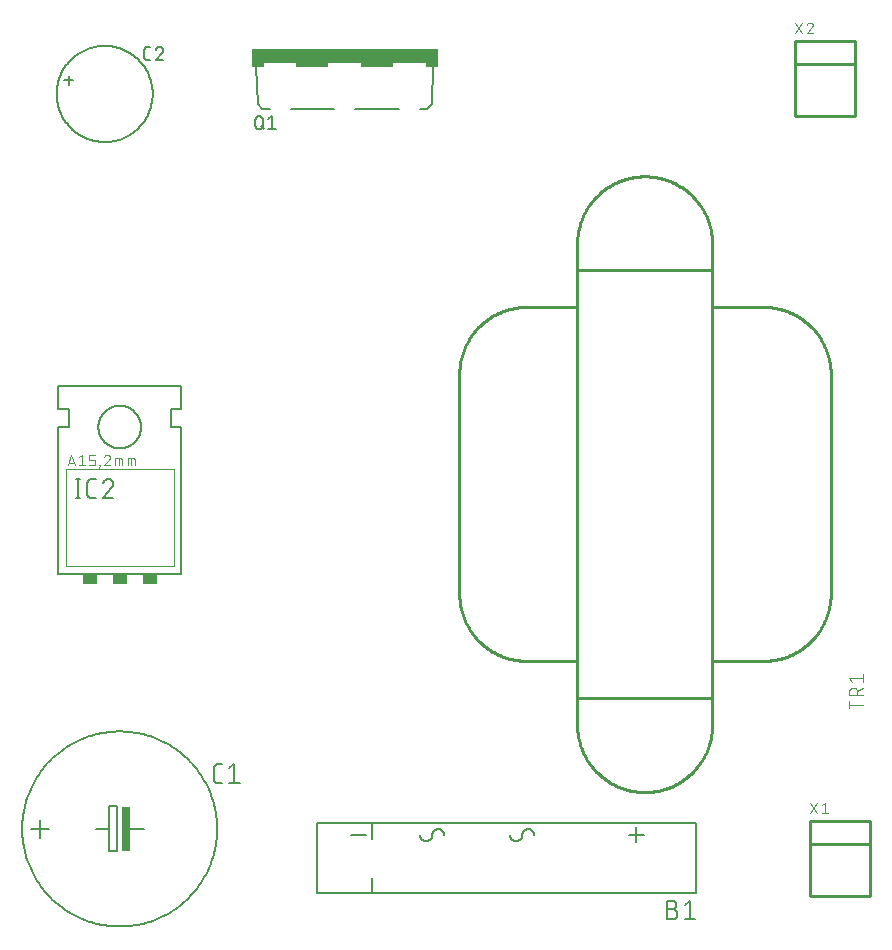
<source format=gbr>
G04 EAGLE Gerber RS-274X export*
G75*
%MOMM*%
%FSLAX34Y34*%
%LPD*%
%INSilkscreen Top*%
%IPPOS*%
%AMOC8*
5,1,8,0,0,1.08239X$1,22.5*%
G01*
%ADD10C,0.152400*%
%ADD11C,0.177800*%
%ADD12R,0.635000X3.810000*%
%ADD13C,0.127000*%
%ADD14C,0.050800*%
%ADD15C,0.101600*%
%ADD16R,1.270000X0.889000*%
%ADD17R,15.748000X1.143000*%
%ADD18R,1.016000X0.381000*%
%ADD19R,2.667000X0.381000*%
%ADD20C,0.254000*%


D10*
X496950Y106680D02*
X496950Y46990D01*
X818260Y46990D02*
X818260Y106680D01*
X543940Y106680D01*
X496950Y106680D01*
X543940Y46990D02*
X818260Y46990D01*
X543940Y46990D02*
X496950Y46990D01*
X670940Y96520D02*
X670942Y96661D01*
X670948Y96802D01*
X670958Y96943D01*
X670971Y97084D01*
X670989Y97224D01*
X671011Y97363D01*
X671036Y97502D01*
X671065Y97641D01*
X671098Y97778D01*
X671135Y97914D01*
X671176Y98049D01*
X671220Y98184D01*
X671268Y98316D01*
X671320Y98448D01*
X671375Y98578D01*
X671434Y98706D01*
X671497Y98833D01*
X671563Y98957D01*
X671632Y99080D01*
X671705Y99201D01*
X671781Y99320D01*
X671861Y99437D01*
X671944Y99551D01*
X672029Y99664D01*
X672118Y99773D01*
X672210Y99881D01*
X672305Y99985D01*
X672403Y100087D01*
X672504Y100186D01*
X672607Y100283D01*
X672713Y100376D01*
X672821Y100466D01*
X672932Y100554D01*
X673045Y100638D01*
X673161Y100719D01*
X673279Y100797D01*
X673399Y100872D01*
X673521Y100943D01*
X673645Y101011D01*
X673771Y101075D01*
X673898Y101136D01*
X674027Y101193D01*
X674158Y101246D01*
X674290Y101296D01*
X674423Y101343D01*
X674558Y101385D01*
X674694Y101424D01*
X674831Y101459D01*
X674968Y101490D01*
X675107Y101517D01*
X675246Y101541D01*
X675386Y101560D01*
X675526Y101576D01*
X675667Y101588D01*
X675808Y101596D01*
X675949Y101600D01*
X676091Y101600D01*
X676232Y101596D01*
X676373Y101588D01*
X676514Y101576D01*
X676654Y101560D01*
X676794Y101541D01*
X676933Y101517D01*
X677072Y101490D01*
X677209Y101459D01*
X677346Y101424D01*
X677482Y101385D01*
X677617Y101343D01*
X677750Y101296D01*
X677882Y101246D01*
X678013Y101193D01*
X678142Y101136D01*
X678269Y101075D01*
X678395Y101011D01*
X678519Y100943D01*
X678641Y100872D01*
X678761Y100797D01*
X678879Y100719D01*
X678995Y100638D01*
X679108Y100554D01*
X679219Y100466D01*
X679327Y100376D01*
X679433Y100283D01*
X679536Y100186D01*
X679637Y100087D01*
X679735Y99985D01*
X679830Y99881D01*
X679922Y99773D01*
X680011Y99664D01*
X680096Y99551D01*
X680179Y99437D01*
X680259Y99320D01*
X680335Y99201D01*
X680408Y99080D01*
X680477Y98957D01*
X680543Y98833D01*
X680606Y98706D01*
X680665Y98578D01*
X680720Y98448D01*
X680772Y98316D01*
X680820Y98184D01*
X680864Y98049D01*
X680905Y97914D01*
X680942Y97778D01*
X680975Y97641D01*
X681004Y97502D01*
X681029Y97363D01*
X681051Y97224D01*
X681069Y97084D01*
X681082Y96943D01*
X681092Y96802D01*
X681098Y96661D01*
X681100Y96520D01*
X670940Y96520D02*
X670938Y96379D01*
X670932Y96238D01*
X670922Y96097D01*
X670909Y95956D01*
X670891Y95816D01*
X670869Y95677D01*
X670844Y95538D01*
X670815Y95399D01*
X670782Y95262D01*
X670745Y95126D01*
X670704Y94991D01*
X670660Y94856D01*
X670612Y94724D01*
X670560Y94592D01*
X670505Y94462D01*
X670446Y94334D01*
X670383Y94207D01*
X670317Y94083D01*
X670248Y93960D01*
X670175Y93839D01*
X670099Y93720D01*
X670019Y93603D01*
X669936Y93489D01*
X669851Y93376D01*
X669762Y93267D01*
X669670Y93159D01*
X669575Y93055D01*
X669477Y92953D01*
X669376Y92854D01*
X669273Y92757D01*
X669167Y92664D01*
X669059Y92574D01*
X668948Y92486D01*
X668835Y92402D01*
X668719Y92321D01*
X668601Y92243D01*
X668481Y92168D01*
X668359Y92097D01*
X668235Y92029D01*
X668109Y91965D01*
X667982Y91904D01*
X667853Y91847D01*
X667722Y91794D01*
X667590Y91744D01*
X667457Y91697D01*
X667322Y91655D01*
X667186Y91616D01*
X667049Y91581D01*
X666912Y91550D01*
X666773Y91523D01*
X666634Y91499D01*
X666494Y91480D01*
X666354Y91464D01*
X666213Y91452D01*
X666072Y91444D01*
X665931Y91440D01*
X665789Y91440D01*
X665648Y91444D01*
X665507Y91452D01*
X665366Y91464D01*
X665226Y91480D01*
X665086Y91499D01*
X664947Y91523D01*
X664808Y91550D01*
X664671Y91581D01*
X664534Y91616D01*
X664398Y91655D01*
X664263Y91697D01*
X664130Y91744D01*
X663998Y91794D01*
X663867Y91847D01*
X663738Y91904D01*
X663611Y91965D01*
X663485Y92029D01*
X663361Y92097D01*
X663239Y92168D01*
X663119Y92243D01*
X663001Y92321D01*
X662885Y92402D01*
X662772Y92486D01*
X662661Y92574D01*
X662553Y92664D01*
X662447Y92757D01*
X662344Y92854D01*
X662243Y92953D01*
X662145Y93055D01*
X662050Y93159D01*
X661958Y93267D01*
X661869Y93376D01*
X661784Y93489D01*
X661701Y93603D01*
X661621Y93720D01*
X661545Y93839D01*
X661472Y93960D01*
X661403Y94083D01*
X661337Y94207D01*
X661274Y94334D01*
X661215Y94462D01*
X661160Y94592D01*
X661108Y94724D01*
X661060Y94856D01*
X661016Y94991D01*
X660975Y95126D01*
X660938Y95262D01*
X660905Y95399D01*
X660876Y95538D01*
X660851Y95677D01*
X660829Y95816D01*
X660811Y95956D01*
X660798Y96097D01*
X660788Y96238D01*
X660782Y96379D01*
X660780Y96520D01*
X594740Y96520D02*
X594738Y96379D01*
X594732Y96238D01*
X594722Y96097D01*
X594709Y95956D01*
X594691Y95816D01*
X594669Y95677D01*
X594644Y95538D01*
X594615Y95399D01*
X594582Y95262D01*
X594545Y95126D01*
X594504Y94991D01*
X594460Y94856D01*
X594412Y94724D01*
X594360Y94592D01*
X594305Y94462D01*
X594246Y94334D01*
X594183Y94207D01*
X594117Y94083D01*
X594048Y93960D01*
X593975Y93839D01*
X593899Y93720D01*
X593819Y93603D01*
X593736Y93489D01*
X593651Y93376D01*
X593562Y93267D01*
X593470Y93159D01*
X593375Y93055D01*
X593277Y92953D01*
X593176Y92854D01*
X593073Y92757D01*
X592967Y92664D01*
X592859Y92574D01*
X592748Y92486D01*
X592635Y92402D01*
X592519Y92321D01*
X592401Y92243D01*
X592281Y92168D01*
X592159Y92097D01*
X592035Y92029D01*
X591909Y91965D01*
X591782Y91904D01*
X591653Y91847D01*
X591522Y91794D01*
X591390Y91744D01*
X591257Y91697D01*
X591122Y91655D01*
X590986Y91616D01*
X590849Y91581D01*
X590712Y91550D01*
X590573Y91523D01*
X590434Y91499D01*
X590294Y91480D01*
X590154Y91464D01*
X590013Y91452D01*
X589872Y91444D01*
X589731Y91440D01*
X589589Y91440D01*
X589448Y91444D01*
X589307Y91452D01*
X589166Y91464D01*
X589026Y91480D01*
X588886Y91499D01*
X588747Y91523D01*
X588608Y91550D01*
X588471Y91581D01*
X588334Y91616D01*
X588198Y91655D01*
X588063Y91697D01*
X587930Y91744D01*
X587798Y91794D01*
X587667Y91847D01*
X587538Y91904D01*
X587411Y91965D01*
X587285Y92029D01*
X587161Y92097D01*
X587039Y92168D01*
X586919Y92243D01*
X586801Y92321D01*
X586685Y92402D01*
X586572Y92486D01*
X586461Y92574D01*
X586353Y92664D01*
X586247Y92757D01*
X586144Y92854D01*
X586043Y92953D01*
X585945Y93055D01*
X585850Y93159D01*
X585758Y93267D01*
X585669Y93376D01*
X585584Y93489D01*
X585501Y93603D01*
X585421Y93720D01*
X585345Y93839D01*
X585272Y93960D01*
X585203Y94083D01*
X585137Y94207D01*
X585074Y94334D01*
X585015Y94462D01*
X584960Y94592D01*
X584908Y94724D01*
X584860Y94856D01*
X584816Y94991D01*
X584775Y95126D01*
X584738Y95262D01*
X584705Y95399D01*
X584676Y95538D01*
X584651Y95677D01*
X584629Y95816D01*
X584611Y95956D01*
X584598Y96097D01*
X584588Y96238D01*
X584582Y96379D01*
X584580Y96520D01*
X594740Y96520D02*
X594742Y96661D01*
X594748Y96802D01*
X594758Y96943D01*
X594771Y97084D01*
X594789Y97224D01*
X594811Y97363D01*
X594836Y97502D01*
X594865Y97641D01*
X594898Y97778D01*
X594935Y97914D01*
X594976Y98049D01*
X595020Y98184D01*
X595068Y98316D01*
X595120Y98448D01*
X595175Y98578D01*
X595234Y98706D01*
X595297Y98833D01*
X595363Y98957D01*
X595432Y99080D01*
X595505Y99201D01*
X595581Y99320D01*
X595661Y99437D01*
X595744Y99551D01*
X595829Y99664D01*
X595918Y99773D01*
X596010Y99881D01*
X596105Y99985D01*
X596203Y100087D01*
X596304Y100186D01*
X596407Y100283D01*
X596513Y100376D01*
X596621Y100466D01*
X596732Y100554D01*
X596845Y100638D01*
X596961Y100719D01*
X597079Y100797D01*
X597199Y100872D01*
X597321Y100943D01*
X597445Y101011D01*
X597571Y101075D01*
X597698Y101136D01*
X597827Y101193D01*
X597958Y101246D01*
X598090Y101296D01*
X598223Y101343D01*
X598358Y101385D01*
X598494Y101424D01*
X598631Y101459D01*
X598768Y101490D01*
X598907Y101517D01*
X599046Y101541D01*
X599186Y101560D01*
X599326Y101576D01*
X599467Y101588D01*
X599608Y101596D01*
X599749Y101600D01*
X599891Y101600D01*
X600032Y101596D01*
X600173Y101588D01*
X600314Y101576D01*
X600454Y101560D01*
X600594Y101541D01*
X600733Y101517D01*
X600872Y101490D01*
X601009Y101459D01*
X601146Y101424D01*
X601282Y101385D01*
X601417Y101343D01*
X601550Y101296D01*
X601682Y101246D01*
X601813Y101193D01*
X601942Y101136D01*
X602069Y101075D01*
X602195Y101011D01*
X602319Y100943D01*
X602441Y100872D01*
X602561Y100797D01*
X602679Y100719D01*
X602795Y100638D01*
X602908Y100554D01*
X603019Y100466D01*
X603127Y100376D01*
X603233Y100283D01*
X603336Y100186D01*
X603437Y100087D01*
X603535Y99985D01*
X603630Y99881D01*
X603722Y99773D01*
X603811Y99664D01*
X603896Y99551D01*
X603979Y99437D01*
X604059Y99320D01*
X604135Y99201D01*
X604208Y99080D01*
X604277Y98957D01*
X604343Y98833D01*
X604406Y98706D01*
X604465Y98578D01*
X604520Y98448D01*
X604572Y98316D01*
X604620Y98184D01*
X604664Y98049D01*
X604705Y97914D01*
X604742Y97778D01*
X604775Y97641D01*
X604804Y97502D01*
X604829Y97363D01*
X604851Y97224D01*
X604869Y97084D01*
X604882Y96943D01*
X604892Y96802D01*
X604898Y96661D01*
X604900Y96520D01*
X538860Y96520D02*
X526160Y96520D01*
X761110Y96520D02*
X773810Y96520D01*
X767460Y102870D02*
X767460Y90170D01*
X543940Y59690D02*
X543940Y46990D01*
X543940Y92710D02*
X543940Y106680D01*
D11*
X793603Y33909D02*
X798048Y33909D01*
X798180Y33907D01*
X798311Y33901D01*
X798443Y33891D01*
X798574Y33878D01*
X798704Y33860D01*
X798834Y33839D01*
X798964Y33814D01*
X799092Y33785D01*
X799220Y33752D01*
X799346Y33715D01*
X799472Y33675D01*
X799596Y33631D01*
X799719Y33583D01*
X799840Y33532D01*
X799960Y33477D01*
X800078Y33419D01*
X800194Y33357D01*
X800308Y33291D01*
X800421Y33223D01*
X800531Y33151D01*
X800639Y33076D01*
X800745Y32997D01*
X800849Y32916D01*
X800950Y32831D01*
X801048Y32744D01*
X801144Y32653D01*
X801237Y32560D01*
X801328Y32464D01*
X801415Y32366D01*
X801500Y32265D01*
X801581Y32161D01*
X801660Y32055D01*
X801735Y31947D01*
X801807Y31837D01*
X801875Y31724D01*
X801941Y31610D01*
X802003Y31494D01*
X802061Y31376D01*
X802116Y31256D01*
X802167Y31135D01*
X802215Y31012D01*
X802259Y30888D01*
X802299Y30762D01*
X802336Y30636D01*
X802369Y30508D01*
X802398Y30380D01*
X802423Y30250D01*
X802444Y30120D01*
X802462Y29990D01*
X802475Y29859D01*
X802485Y29727D01*
X802491Y29596D01*
X802493Y29464D01*
X802491Y29332D01*
X802485Y29201D01*
X802475Y29069D01*
X802462Y28938D01*
X802444Y28808D01*
X802423Y28678D01*
X802398Y28548D01*
X802369Y28420D01*
X802336Y28292D01*
X802299Y28166D01*
X802259Y28040D01*
X802215Y27916D01*
X802167Y27793D01*
X802116Y27672D01*
X802061Y27552D01*
X802003Y27434D01*
X801941Y27318D01*
X801875Y27204D01*
X801807Y27091D01*
X801735Y26981D01*
X801660Y26873D01*
X801581Y26767D01*
X801500Y26663D01*
X801415Y26562D01*
X801328Y26464D01*
X801237Y26368D01*
X801144Y26275D01*
X801048Y26184D01*
X800950Y26097D01*
X800849Y26012D01*
X800745Y25931D01*
X800639Y25852D01*
X800531Y25777D01*
X800421Y25705D01*
X800308Y25637D01*
X800194Y25571D01*
X800078Y25509D01*
X799960Y25451D01*
X799840Y25396D01*
X799719Y25345D01*
X799596Y25297D01*
X799472Y25253D01*
X799346Y25213D01*
X799220Y25176D01*
X799092Y25143D01*
X798964Y25114D01*
X798834Y25089D01*
X798704Y25068D01*
X798574Y25050D01*
X798443Y25037D01*
X798311Y25027D01*
X798180Y25021D01*
X798048Y25019D01*
X793603Y25019D01*
X793603Y41021D01*
X798048Y41021D01*
X798166Y41019D01*
X798283Y41013D01*
X798400Y41004D01*
X798517Y40990D01*
X798633Y40973D01*
X798749Y40951D01*
X798864Y40926D01*
X798978Y40897D01*
X799091Y40865D01*
X799203Y40828D01*
X799313Y40788D01*
X799422Y40745D01*
X799530Y40697D01*
X799636Y40647D01*
X799740Y40592D01*
X799843Y40535D01*
X799943Y40474D01*
X800042Y40409D01*
X800138Y40342D01*
X800232Y40271D01*
X800324Y40197D01*
X800413Y40121D01*
X800499Y40041D01*
X800583Y39959D01*
X800664Y39873D01*
X800742Y39786D01*
X800818Y39695D01*
X800890Y39602D01*
X800959Y39507D01*
X801025Y39410D01*
X801088Y39310D01*
X801147Y39209D01*
X801203Y39106D01*
X801255Y39000D01*
X801304Y38893D01*
X801350Y38785D01*
X801392Y38675D01*
X801430Y38564D01*
X801464Y38451D01*
X801495Y38338D01*
X801522Y38223D01*
X801545Y38108D01*
X801565Y37992D01*
X801580Y37876D01*
X801592Y37759D01*
X801600Y37641D01*
X801604Y37524D01*
X801604Y37406D01*
X801600Y37289D01*
X801592Y37171D01*
X801580Y37054D01*
X801565Y36938D01*
X801545Y36822D01*
X801522Y36707D01*
X801495Y36592D01*
X801464Y36479D01*
X801430Y36366D01*
X801392Y36255D01*
X801350Y36145D01*
X801304Y36037D01*
X801255Y35930D01*
X801203Y35824D01*
X801147Y35721D01*
X801088Y35620D01*
X801025Y35520D01*
X800959Y35423D01*
X800890Y35328D01*
X800818Y35235D01*
X800742Y35144D01*
X800664Y35057D01*
X800583Y34971D01*
X800499Y34889D01*
X800413Y34809D01*
X800324Y34733D01*
X800232Y34659D01*
X800138Y34588D01*
X800042Y34521D01*
X799943Y34456D01*
X799843Y34395D01*
X799740Y34338D01*
X799636Y34283D01*
X799530Y34233D01*
X799422Y34185D01*
X799313Y34142D01*
X799203Y34102D01*
X799091Y34065D01*
X798978Y34033D01*
X798864Y34004D01*
X798749Y33979D01*
X798633Y33957D01*
X798517Y33940D01*
X798400Y33926D01*
X798283Y33917D01*
X798166Y33911D01*
X798048Y33909D01*
X808481Y37465D02*
X812926Y41021D01*
X812926Y25019D01*
X808481Y25019D02*
X817371Y25019D01*
D10*
X350520Y101600D02*
X336550Y101600D01*
X321310Y101600D02*
X309880Y101600D01*
X321310Y101600D02*
X321310Y120650D01*
X321310Y82550D02*
X327660Y82550D01*
X327660Y120650D01*
X321310Y120650D01*
X321310Y101600D02*
X321310Y82550D01*
X270510Y101600D02*
X255270Y101600D01*
X262890Y93980D02*
X262890Y109220D01*
X247650Y101600D02*
X247675Y103626D01*
X247749Y105651D01*
X247874Y107673D01*
X248048Y109691D01*
X248271Y111705D01*
X248543Y113713D01*
X248865Y115713D01*
X249236Y117705D01*
X249656Y119687D01*
X250124Y121658D01*
X250640Y123617D01*
X251205Y125563D01*
X251816Y127494D01*
X252476Y129410D01*
X253181Y131309D01*
X253934Y133191D01*
X254732Y135053D01*
X255576Y136895D01*
X256464Y138715D01*
X257397Y140514D01*
X258374Y142289D01*
X259395Y144039D01*
X260457Y145764D01*
X261562Y147462D01*
X262708Y149133D01*
X263895Y150775D01*
X265122Y152387D01*
X266388Y153969D01*
X267692Y155519D01*
X269034Y157037D01*
X270413Y158522D01*
X271828Y159972D01*
X273278Y161387D01*
X274763Y162766D01*
X276281Y164108D01*
X277831Y165412D01*
X279413Y166678D01*
X281025Y167905D01*
X282667Y169092D01*
X284338Y170238D01*
X286036Y171343D01*
X287761Y172405D01*
X289511Y173426D01*
X291286Y174403D01*
X293085Y175336D01*
X294905Y176224D01*
X296747Y177068D01*
X298609Y177866D01*
X300491Y178619D01*
X302390Y179324D01*
X304306Y179984D01*
X306237Y180595D01*
X308183Y181160D01*
X310142Y181676D01*
X312113Y182144D01*
X314095Y182564D01*
X316087Y182935D01*
X318087Y183257D01*
X320095Y183529D01*
X322109Y183752D01*
X324127Y183926D01*
X326149Y184051D01*
X328174Y184125D01*
X330200Y184150D01*
X332226Y184125D01*
X334251Y184051D01*
X336273Y183926D01*
X338291Y183752D01*
X340305Y183529D01*
X342313Y183257D01*
X344313Y182935D01*
X346305Y182564D01*
X348287Y182144D01*
X350258Y181676D01*
X352217Y181160D01*
X354163Y180595D01*
X356094Y179984D01*
X358010Y179324D01*
X359909Y178619D01*
X361791Y177866D01*
X363653Y177068D01*
X365495Y176224D01*
X367315Y175336D01*
X369114Y174403D01*
X370889Y173426D01*
X372639Y172405D01*
X374364Y171343D01*
X376062Y170238D01*
X377733Y169092D01*
X379375Y167905D01*
X380987Y166678D01*
X382569Y165412D01*
X384119Y164108D01*
X385637Y162766D01*
X387122Y161387D01*
X388572Y159972D01*
X389987Y158522D01*
X391366Y157037D01*
X392708Y155519D01*
X394012Y153969D01*
X395278Y152387D01*
X396505Y150775D01*
X397692Y149133D01*
X398838Y147462D01*
X399943Y145764D01*
X401005Y144039D01*
X402026Y142289D01*
X403003Y140514D01*
X403936Y138715D01*
X404824Y136895D01*
X405668Y135053D01*
X406466Y133191D01*
X407219Y131309D01*
X407924Y129410D01*
X408584Y127494D01*
X409195Y125563D01*
X409760Y123617D01*
X410276Y121658D01*
X410744Y119687D01*
X411164Y117705D01*
X411535Y115713D01*
X411857Y113713D01*
X412129Y111705D01*
X412352Y109691D01*
X412526Y107673D01*
X412651Y105651D01*
X412725Y103626D01*
X412750Y101600D01*
X412725Y99574D01*
X412651Y97549D01*
X412526Y95527D01*
X412352Y93509D01*
X412129Y91495D01*
X411857Y89487D01*
X411535Y87487D01*
X411164Y85495D01*
X410744Y83513D01*
X410276Y81542D01*
X409760Y79583D01*
X409195Y77637D01*
X408584Y75706D01*
X407924Y73790D01*
X407219Y71891D01*
X406466Y70009D01*
X405668Y68147D01*
X404824Y66305D01*
X403936Y64485D01*
X403003Y62686D01*
X402026Y60911D01*
X401005Y59161D01*
X399943Y57436D01*
X398838Y55738D01*
X397692Y54067D01*
X396505Y52425D01*
X395278Y50813D01*
X394012Y49231D01*
X392708Y47681D01*
X391366Y46163D01*
X389987Y44678D01*
X388572Y43228D01*
X387122Y41813D01*
X385637Y40434D01*
X384119Y39092D01*
X382569Y37788D01*
X380987Y36522D01*
X379375Y35295D01*
X377733Y34108D01*
X376062Y32962D01*
X374364Y31857D01*
X372639Y30795D01*
X370889Y29774D01*
X369114Y28797D01*
X367315Y27864D01*
X365495Y26976D01*
X363653Y26132D01*
X361791Y25334D01*
X359909Y24581D01*
X358010Y23876D01*
X356094Y23216D01*
X354163Y22605D01*
X352217Y22040D01*
X350258Y21524D01*
X348287Y21056D01*
X346305Y20636D01*
X344313Y20265D01*
X342313Y19943D01*
X340305Y19671D01*
X338291Y19448D01*
X336273Y19274D01*
X334251Y19149D01*
X332226Y19075D01*
X330200Y19050D01*
X328174Y19075D01*
X326149Y19149D01*
X324127Y19274D01*
X322109Y19448D01*
X320095Y19671D01*
X318087Y19943D01*
X316087Y20265D01*
X314095Y20636D01*
X312113Y21056D01*
X310142Y21524D01*
X308183Y22040D01*
X306237Y22605D01*
X304306Y23216D01*
X302390Y23876D01*
X300491Y24581D01*
X298609Y25334D01*
X296747Y26132D01*
X294905Y26976D01*
X293085Y27864D01*
X291286Y28797D01*
X289511Y29774D01*
X287761Y30795D01*
X286036Y31857D01*
X284338Y32962D01*
X282667Y34108D01*
X281025Y35295D01*
X279413Y36522D01*
X277831Y37788D01*
X276281Y39092D01*
X274763Y40434D01*
X273278Y41813D01*
X271828Y43228D01*
X270413Y44678D01*
X269034Y46163D01*
X267692Y47681D01*
X266388Y49231D01*
X265122Y50813D01*
X263895Y52425D01*
X262708Y54067D01*
X261562Y55738D01*
X260457Y57436D01*
X259395Y59161D01*
X258374Y60911D01*
X257397Y62686D01*
X256464Y64485D01*
X255576Y66305D01*
X254732Y68147D01*
X253934Y70009D01*
X253181Y71891D01*
X252476Y73790D01*
X251816Y75706D01*
X251205Y77637D01*
X250640Y79583D01*
X250124Y81542D01*
X249656Y83513D01*
X249236Y85495D01*
X248865Y87487D01*
X248543Y89487D01*
X248271Y91495D01*
X248048Y93509D01*
X247874Y95527D01*
X247749Y97549D01*
X247675Y99574D01*
X247650Y101600D01*
D12*
X335915Y101600D03*
D11*
X413385Y140589D02*
X416941Y140589D01*
X413385Y140589D02*
X413269Y140591D01*
X413152Y140597D01*
X413036Y140606D01*
X412921Y140619D01*
X412806Y140636D01*
X412691Y140657D01*
X412578Y140682D01*
X412465Y140710D01*
X412353Y140742D01*
X412242Y140778D01*
X412132Y140817D01*
X412024Y140860D01*
X411917Y140906D01*
X411812Y140956D01*
X411709Y141009D01*
X411607Y141065D01*
X411507Y141125D01*
X411409Y141188D01*
X411314Y141255D01*
X411220Y141324D01*
X411129Y141396D01*
X411040Y141471D01*
X410954Y141550D01*
X410871Y141631D01*
X410790Y141714D01*
X410711Y141800D01*
X410636Y141889D01*
X410564Y141980D01*
X410495Y142074D01*
X410428Y142169D01*
X410365Y142267D01*
X410305Y142367D01*
X410249Y142469D01*
X410196Y142572D01*
X410146Y142677D01*
X410100Y142784D01*
X410057Y142892D01*
X410018Y143002D01*
X409982Y143113D01*
X409950Y143225D01*
X409922Y143338D01*
X409897Y143451D01*
X409876Y143566D01*
X409859Y143681D01*
X409846Y143796D01*
X409837Y143912D01*
X409831Y144029D01*
X409829Y144145D01*
X409829Y153035D01*
X409831Y153151D01*
X409837Y153268D01*
X409846Y153384D01*
X409859Y153499D01*
X409876Y153614D01*
X409897Y153729D01*
X409922Y153842D01*
X409950Y153955D01*
X409982Y154067D01*
X410018Y154178D01*
X410057Y154288D01*
X410100Y154396D01*
X410146Y154503D01*
X410196Y154608D01*
X410249Y154711D01*
X410305Y154813D01*
X410365Y154913D01*
X410428Y155011D01*
X410495Y155106D01*
X410564Y155200D01*
X410636Y155291D01*
X410711Y155380D01*
X410790Y155466D01*
X410871Y155549D01*
X410954Y155630D01*
X411040Y155709D01*
X411129Y155784D01*
X411220Y155856D01*
X411314Y155925D01*
X411409Y155992D01*
X411507Y156055D01*
X411607Y156115D01*
X411709Y156171D01*
X411812Y156224D01*
X411917Y156274D01*
X412024Y156320D01*
X412132Y156363D01*
X412242Y156402D01*
X412353Y156438D01*
X412465Y156470D01*
X412578Y156498D01*
X412691Y156523D01*
X412806Y156544D01*
X412921Y156561D01*
X413036Y156574D01*
X413152Y156583D01*
X413269Y156589D01*
X413385Y156591D01*
X416941Y156591D01*
X422899Y153035D02*
X427344Y156591D01*
X427344Y140589D01*
X422899Y140589D02*
X431789Y140589D01*
D10*
X290830Y735330D02*
X283210Y735330D01*
X287020Y731520D02*
X287020Y739140D01*
X276860Y723900D02*
X276872Y724897D01*
X276909Y725894D01*
X276970Y726890D01*
X277056Y727883D01*
X277166Y728875D01*
X277300Y729863D01*
X277458Y730848D01*
X277641Y731828D01*
X277847Y732804D01*
X278078Y733775D01*
X278332Y734739D01*
X278610Y735697D01*
X278911Y736648D01*
X279236Y737591D01*
X279583Y738526D01*
X279954Y739452D01*
X280347Y740369D01*
X280762Y741276D01*
X281199Y742172D01*
X281659Y743058D01*
X282140Y743931D01*
X282642Y744793D01*
X283165Y745642D01*
X283709Y746478D01*
X284273Y747301D01*
X284858Y748109D01*
X285462Y748903D01*
X286085Y749682D01*
X286727Y750445D01*
X287388Y751192D01*
X288067Y751923D01*
X288763Y752637D01*
X289477Y753333D01*
X290208Y754012D01*
X290955Y754673D01*
X291718Y755315D01*
X292497Y755938D01*
X293291Y756542D01*
X294099Y757127D01*
X294922Y757691D01*
X295758Y758235D01*
X296607Y758758D01*
X297469Y759260D01*
X298342Y759741D01*
X299228Y760201D01*
X300124Y760638D01*
X301031Y761053D01*
X301948Y761446D01*
X302874Y761817D01*
X303809Y762164D01*
X304752Y762489D01*
X305703Y762790D01*
X306661Y763068D01*
X307625Y763322D01*
X308596Y763553D01*
X309572Y763759D01*
X310552Y763942D01*
X311537Y764100D01*
X312525Y764234D01*
X313517Y764344D01*
X314510Y764430D01*
X315506Y764491D01*
X316503Y764528D01*
X317500Y764540D01*
X318497Y764528D01*
X319494Y764491D01*
X320490Y764430D01*
X321483Y764344D01*
X322475Y764234D01*
X323463Y764100D01*
X324448Y763942D01*
X325428Y763759D01*
X326404Y763553D01*
X327375Y763322D01*
X328339Y763068D01*
X329297Y762790D01*
X330248Y762489D01*
X331191Y762164D01*
X332126Y761817D01*
X333052Y761446D01*
X333969Y761053D01*
X334876Y760638D01*
X335772Y760201D01*
X336658Y759741D01*
X337531Y759260D01*
X338393Y758758D01*
X339242Y758235D01*
X340078Y757691D01*
X340901Y757127D01*
X341709Y756542D01*
X342503Y755938D01*
X343282Y755315D01*
X344045Y754673D01*
X344792Y754012D01*
X345523Y753333D01*
X346237Y752637D01*
X346933Y751923D01*
X347612Y751192D01*
X348273Y750445D01*
X348915Y749682D01*
X349538Y748903D01*
X350142Y748109D01*
X350727Y747301D01*
X351291Y746478D01*
X351835Y745642D01*
X352358Y744793D01*
X352860Y743931D01*
X353341Y743058D01*
X353801Y742172D01*
X354238Y741276D01*
X354653Y740369D01*
X355046Y739452D01*
X355417Y738526D01*
X355764Y737591D01*
X356089Y736648D01*
X356390Y735697D01*
X356668Y734739D01*
X356922Y733775D01*
X357153Y732804D01*
X357359Y731828D01*
X357542Y730848D01*
X357700Y729863D01*
X357834Y728875D01*
X357944Y727883D01*
X358030Y726890D01*
X358091Y725894D01*
X358128Y724897D01*
X358140Y723900D01*
X358128Y722903D01*
X358091Y721906D01*
X358030Y720910D01*
X357944Y719917D01*
X357834Y718925D01*
X357700Y717937D01*
X357542Y716952D01*
X357359Y715972D01*
X357153Y714996D01*
X356922Y714025D01*
X356668Y713061D01*
X356390Y712103D01*
X356089Y711152D01*
X355764Y710209D01*
X355417Y709274D01*
X355046Y708348D01*
X354653Y707431D01*
X354238Y706524D01*
X353801Y705628D01*
X353341Y704742D01*
X352860Y703869D01*
X352358Y703007D01*
X351835Y702158D01*
X351291Y701322D01*
X350727Y700499D01*
X350142Y699691D01*
X349538Y698897D01*
X348915Y698118D01*
X348273Y697355D01*
X347612Y696608D01*
X346933Y695877D01*
X346237Y695163D01*
X345523Y694467D01*
X344792Y693788D01*
X344045Y693127D01*
X343282Y692485D01*
X342503Y691862D01*
X341709Y691258D01*
X340901Y690673D01*
X340078Y690109D01*
X339242Y689565D01*
X338393Y689042D01*
X337531Y688540D01*
X336658Y688059D01*
X335772Y687599D01*
X334876Y687162D01*
X333969Y686747D01*
X333052Y686354D01*
X332126Y685983D01*
X331191Y685636D01*
X330248Y685311D01*
X329297Y685010D01*
X328339Y684732D01*
X327375Y684478D01*
X326404Y684247D01*
X325428Y684041D01*
X324448Y683858D01*
X323463Y683700D01*
X322475Y683566D01*
X321483Y683456D01*
X320490Y683370D01*
X319494Y683309D01*
X318497Y683272D01*
X317500Y683260D01*
X316503Y683272D01*
X315506Y683309D01*
X314510Y683370D01*
X313517Y683456D01*
X312525Y683566D01*
X311537Y683700D01*
X310552Y683858D01*
X309572Y684041D01*
X308596Y684247D01*
X307625Y684478D01*
X306661Y684732D01*
X305703Y685010D01*
X304752Y685311D01*
X303809Y685636D01*
X302874Y685983D01*
X301948Y686354D01*
X301031Y686747D01*
X300124Y687162D01*
X299228Y687599D01*
X298342Y688059D01*
X297469Y688540D01*
X296607Y689042D01*
X295758Y689565D01*
X294922Y690109D01*
X294099Y690673D01*
X293291Y691258D01*
X292497Y691862D01*
X291718Y692485D01*
X290955Y693127D01*
X290208Y693788D01*
X289477Y694467D01*
X288763Y695163D01*
X288067Y695877D01*
X287388Y696608D01*
X286727Y697355D01*
X286085Y698118D01*
X285462Y698897D01*
X284858Y699691D01*
X284273Y700499D01*
X283709Y701322D01*
X283165Y702158D01*
X282642Y703007D01*
X282140Y703869D01*
X281659Y704742D01*
X281199Y705628D01*
X280762Y706524D01*
X280347Y707431D01*
X279954Y708348D01*
X279583Y709274D01*
X279236Y710209D01*
X278911Y711152D01*
X278610Y712103D01*
X278332Y713061D01*
X278078Y714025D01*
X277847Y714996D01*
X277641Y715972D01*
X277458Y716952D01*
X277300Y717937D01*
X277166Y718925D01*
X277056Y719917D01*
X276970Y720910D01*
X276909Y721906D01*
X276872Y722903D01*
X276860Y723900D01*
D13*
X353695Y752475D02*
X356235Y752475D01*
X353695Y752475D02*
X353595Y752477D01*
X353496Y752483D01*
X353396Y752493D01*
X353298Y752506D01*
X353199Y752524D01*
X353102Y752545D01*
X353006Y752570D01*
X352910Y752599D01*
X352816Y752632D01*
X352723Y752668D01*
X352632Y752708D01*
X352542Y752752D01*
X352454Y752799D01*
X352368Y752849D01*
X352284Y752903D01*
X352202Y752960D01*
X352123Y753020D01*
X352045Y753084D01*
X351971Y753150D01*
X351899Y753219D01*
X351830Y753291D01*
X351764Y753365D01*
X351700Y753443D01*
X351640Y753522D01*
X351583Y753604D01*
X351529Y753688D01*
X351479Y753774D01*
X351432Y753862D01*
X351388Y753952D01*
X351348Y754043D01*
X351312Y754136D01*
X351279Y754230D01*
X351250Y754326D01*
X351225Y754422D01*
X351204Y754519D01*
X351186Y754618D01*
X351173Y754716D01*
X351163Y754816D01*
X351157Y754915D01*
X351155Y755015D01*
X351155Y761365D01*
X351157Y761465D01*
X351163Y761564D01*
X351173Y761664D01*
X351186Y761762D01*
X351204Y761861D01*
X351225Y761958D01*
X351250Y762054D01*
X351279Y762150D01*
X351312Y762244D01*
X351348Y762337D01*
X351388Y762428D01*
X351432Y762518D01*
X351479Y762606D01*
X351529Y762692D01*
X351583Y762776D01*
X351640Y762858D01*
X351700Y762937D01*
X351764Y763015D01*
X351830Y763089D01*
X351899Y763161D01*
X351971Y763230D01*
X352045Y763296D01*
X352123Y763360D01*
X352202Y763420D01*
X352284Y763477D01*
X352368Y763531D01*
X352454Y763581D01*
X352542Y763628D01*
X352632Y763672D01*
X352723Y763712D01*
X352816Y763748D01*
X352910Y763781D01*
X353006Y763810D01*
X353102Y763835D01*
X353199Y763856D01*
X353298Y763874D01*
X353396Y763887D01*
X353496Y763897D01*
X353595Y763903D01*
X353695Y763905D01*
X356235Y763905D01*
X364210Y763906D02*
X364314Y763904D01*
X364419Y763898D01*
X364523Y763889D01*
X364626Y763876D01*
X364729Y763858D01*
X364831Y763838D01*
X364933Y763813D01*
X365033Y763785D01*
X365133Y763753D01*
X365231Y763717D01*
X365328Y763678D01*
X365423Y763636D01*
X365517Y763590D01*
X365609Y763540D01*
X365699Y763488D01*
X365787Y763432D01*
X365873Y763372D01*
X365957Y763310D01*
X366038Y763245D01*
X366117Y763177D01*
X366194Y763105D01*
X366267Y763032D01*
X366339Y762955D01*
X366407Y762876D01*
X366472Y762795D01*
X366534Y762711D01*
X366594Y762625D01*
X366650Y762537D01*
X366702Y762447D01*
X366752Y762355D01*
X366798Y762261D01*
X366840Y762166D01*
X366879Y762069D01*
X366915Y761971D01*
X366947Y761871D01*
X366975Y761771D01*
X367000Y761669D01*
X367020Y761567D01*
X367038Y761464D01*
X367051Y761361D01*
X367060Y761257D01*
X367066Y761152D01*
X367068Y761048D01*
X364210Y763905D02*
X364092Y763903D01*
X363973Y763897D01*
X363855Y763888D01*
X363738Y763875D01*
X363621Y763857D01*
X363504Y763837D01*
X363388Y763812D01*
X363273Y763784D01*
X363160Y763751D01*
X363047Y763716D01*
X362935Y763676D01*
X362825Y763634D01*
X362716Y763587D01*
X362608Y763537D01*
X362503Y763484D01*
X362399Y763427D01*
X362297Y763367D01*
X362197Y763304D01*
X362099Y763237D01*
X362003Y763168D01*
X361910Y763095D01*
X361819Y763019D01*
X361730Y762941D01*
X361644Y762859D01*
X361561Y762775D01*
X361480Y762689D01*
X361403Y762599D01*
X361328Y762508D01*
X361256Y762414D01*
X361187Y762317D01*
X361122Y762219D01*
X361059Y762118D01*
X361000Y762015D01*
X360944Y761911D01*
X360892Y761805D01*
X360843Y761697D01*
X360798Y761588D01*
X360756Y761477D01*
X360718Y761365D01*
X366115Y758826D02*
X366191Y758901D01*
X366266Y758980D01*
X366337Y759061D01*
X366406Y759145D01*
X366471Y759231D01*
X366533Y759319D01*
X366593Y759409D01*
X366649Y759501D01*
X366702Y759596D01*
X366751Y759692D01*
X366797Y759790D01*
X366840Y759889D01*
X366879Y759990D01*
X366914Y760092D01*
X366946Y760195D01*
X366974Y760299D01*
X366999Y760404D01*
X367020Y760511D01*
X367037Y760617D01*
X367050Y760724D01*
X367059Y760832D01*
X367065Y760940D01*
X367067Y761048D01*
X366115Y758825D02*
X360717Y752475D01*
X367067Y752475D01*
D10*
X382270Y317500D02*
X278130Y317500D01*
X278130Y476250D02*
X382270Y476250D01*
X382270Y441960D02*
X382270Y317500D01*
X382270Y441960D02*
X373380Y441960D01*
X373380Y457200D01*
X382270Y457200D01*
X382270Y476250D01*
X278130Y441960D02*
X278130Y317500D01*
X278130Y441960D02*
X287020Y441960D01*
X287020Y457200D01*
X278130Y457200D01*
X278130Y476250D01*
D14*
X284480Y323850D02*
X375920Y323850D01*
X375920Y406400D01*
X284480Y406400D01*
X284480Y323850D01*
D10*
X312166Y441960D02*
X312171Y442403D01*
X312188Y442845D01*
X312215Y443287D01*
X312253Y443728D01*
X312302Y444168D01*
X312361Y444606D01*
X312432Y445043D01*
X312513Y445478D01*
X312604Y445911D01*
X312706Y446342D01*
X312819Y446770D01*
X312943Y447195D01*
X313076Y447617D01*
X313220Y448035D01*
X313374Y448450D01*
X313539Y448861D01*
X313713Y449268D01*
X313897Y449671D01*
X314092Y450068D01*
X314295Y450461D01*
X314509Y450849D01*
X314732Y451231D01*
X314964Y451608D01*
X315205Y451979D01*
X315456Y452344D01*
X315715Y452703D01*
X315983Y453055D01*
X316260Y453401D01*
X316544Y453739D01*
X316838Y454071D01*
X317139Y454395D01*
X317448Y454712D01*
X317765Y455021D01*
X318089Y455322D01*
X318421Y455616D01*
X318759Y455900D01*
X319105Y456177D01*
X319457Y456445D01*
X319816Y456704D01*
X320181Y456955D01*
X320552Y457196D01*
X320929Y457428D01*
X321311Y457651D01*
X321699Y457865D01*
X322092Y458068D01*
X322489Y458263D01*
X322892Y458447D01*
X323299Y458621D01*
X323710Y458786D01*
X324125Y458940D01*
X324543Y459084D01*
X324965Y459217D01*
X325390Y459341D01*
X325818Y459454D01*
X326249Y459556D01*
X326682Y459647D01*
X327117Y459728D01*
X327554Y459799D01*
X327992Y459858D01*
X328432Y459907D01*
X328873Y459945D01*
X329315Y459972D01*
X329757Y459989D01*
X330200Y459994D01*
X330643Y459989D01*
X331085Y459972D01*
X331527Y459945D01*
X331968Y459907D01*
X332408Y459858D01*
X332846Y459799D01*
X333283Y459728D01*
X333718Y459647D01*
X334151Y459556D01*
X334582Y459454D01*
X335010Y459341D01*
X335435Y459217D01*
X335857Y459084D01*
X336275Y458940D01*
X336690Y458786D01*
X337101Y458621D01*
X337508Y458447D01*
X337911Y458263D01*
X338308Y458068D01*
X338701Y457865D01*
X339089Y457651D01*
X339471Y457428D01*
X339848Y457196D01*
X340219Y456955D01*
X340584Y456704D01*
X340943Y456445D01*
X341295Y456177D01*
X341641Y455900D01*
X341979Y455616D01*
X342311Y455322D01*
X342635Y455021D01*
X342952Y454712D01*
X343261Y454395D01*
X343562Y454071D01*
X343856Y453739D01*
X344140Y453401D01*
X344417Y453055D01*
X344685Y452703D01*
X344944Y452344D01*
X345195Y451979D01*
X345436Y451608D01*
X345668Y451231D01*
X345891Y450849D01*
X346105Y450461D01*
X346308Y450068D01*
X346503Y449671D01*
X346687Y449268D01*
X346861Y448861D01*
X347026Y448450D01*
X347180Y448035D01*
X347324Y447617D01*
X347457Y447195D01*
X347581Y446770D01*
X347694Y446342D01*
X347796Y445911D01*
X347887Y445478D01*
X347968Y445043D01*
X348039Y444606D01*
X348098Y444168D01*
X348147Y443728D01*
X348185Y443287D01*
X348212Y442845D01*
X348229Y442403D01*
X348234Y441960D01*
X348229Y441517D01*
X348212Y441075D01*
X348185Y440633D01*
X348147Y440192D01*
X348098Y439752D01*
X348039Y439314D01*
X347968Y438877D01*
X347887Y438442D01*
X347796Y438009D01*
X347694Y437578D01*
X347581Y437150D01*
X347457Y436725D01*
X347324Y436303D01*
X347180Y435885D01*
X347026Y435470D01*
X346861Y435059D01*
X346687Y434652D01*
X346503Y434249D01*
X346308Y433852D01*
X346105Y433459D01*
X345891Y433071D01*
X345668Y432689D01*
X345436Y432312D01*
X345195Y431941D01*
X344944Y431576D01*
X344685Y431217D01*
X344417Y430865D01*
X344140Y430519D01*
X343856Y430181D01*
X343562Y429849D01*
X343261Y429525D01*
X342952Y429208D01*
X342635Y428899D01*
X342311Y428598D01*
X341979Y428304D01*
X341641Y428020D01*
X341295Y427743D01*
X340943Y427475D01*
X340584Y427216D01*
X340219Y426965D01*
X339848Y426724D01*
X339471Y426492D01*
X339089Y426269D01*
X338701Y426055D01*
X338308Y425852D01*
X337911Y425657D01*
X337508Y425473D01*
X337101Y425299D01*
X336690Y425134D01*
X336275Y424980D01*
X335857Y424836D01*
X335435Y424703D01*
X335010Y424579D01*
X334582Y424466D01*
X334151Y424364D01*
X333718Y424273D01*
X333283Y424192D01*
X332846Y424121D01*
X332408Y424062D01*
X331968Y424013D01*
X331527Y423975D01*
X331085Y423948D01*
X330643Y423931D01*
X330200Y423926D01*
X329757Y423931D01*
X329315Y423948D01*
X328873Y423975D01*
X328432Y424013D01*
X327992Y424062D01*
X327554Y424121D01*
X327117Y424192D01*
X326682Y424273D01*
X326249Y424364D01*
X325818Y424466D01*
X325390Y424579D01*
X324965Y424703D01*
X324543Y424836D01*
X324125Y424980D01*
X323710Y425134D01*
X323299Y425299D01*
X322892Y425473D01*
X322489Y425657D01*
X322092Y425852D01*
X321699Y426055D01*
X321311Y426269D01*
X320929Y426492D01*
X320552Y426724D01*
X320181Y426965D01*
X319816Y427216D01*
X319457Y427475D01*
X319105Y427743D01*
X318759Y428020D01*
X318421Y428304D01*
X318089Y428598D01*
X317765Y428899D01*
X317448Y429208D01*
X317139Y429525D01*
X316838Y429849D01*
X316544Y430181D01*
X316260Y430519D01*
X315983Y430865D01*
X315715Y431217D01*
X315456Y431576D01*
X315205Y431941D01*
X314964Y432312D01*
X314732Y432689D01*
X314509Y433071D01*
X314295Y433459D01*
X314092Y433852D01*
X313897Y434249D01*
X313713Y434652D01*
X313539Y435059D01*
X313374Y435470D01*
X313220Y435885D01*
X313076Y436303D01*
X312943Y436725D01*
X312819Y437150D01*
X312706Y437578D01*
X312604Y438009D01*
X312513Y438442D01*
X312432Y438877D01*
X312361Y439314D01*
X312302Y439752D01*
X312253Y440192D01*
X312215Y440633D01*
X312188Y441075D01*
X312171Y441517D01*
X312166Y441960D01*
D15*
X289221Y418338D02*
X286258Y409448D01*
X292185Y409448D02*
X289221Y418338D01*
X291444Y411671D02*
X286999Y411671D01*
X295667Y416362D02*
X298137Y418338D01*
X298137Y409448D01*
X300606Y409448D02*
X295667Y409448D01*
X304583Y409448D02*
X307546Y409448D01*
X307635Y409450D01*
X307723Y409456D01*
X307811Y409466D01*
X307899Y409480D01*
X307986Y409498D01*
X308072Y409519D01*
X308157Y409545D01*
X308240Y409574D01*
X308323Y409607D01*
X308403Y409644D01*
X308482Y409684D01*
X308559Y409728D01*
X308635Y409775D01*
X308707Y409825D01*
X308778Y409879D01*
X308846Y409936D01*
X308912Y409996D01*
X308974Y410058D01*
X309034Y410124D01*
X309091Y410192D01*
X309145Y410263D01*
X309195Y410335D01*
X309242Y410410D01*
X309286Y410488D01*
X309326Y410567D01*
X309363Y410647D01*
X309396Y410730D01*
X309425Y410813D01*
X309451Y410898D01*
X309472Y410984D01*
X309490Y411071D01*
X309504Y411159D01*
X309514Y411247D01*
X309520Y411335D01*
X309522Y411424D01*
X309522Y412411D01*
X309520Y412497D01*
X309514Y412583D01*
X309505Y412669D01*
X309492Y412754D01*
X309475Y412839D01*
X309455Y412922D01*
X309431Y413005D01*
X309403Y413087D01*
X309372Y413167D01*
X309337Y413246D01*
X309299Y413323D01*
X309257Y413399D01*
X309213Y413473D01*
X309165Y413544D01*
X309114Y413614D01*
X309060Y413681D01*
X309003Y413746D01*
X308943Y413808D01*
X308881Y413868D01*
X308816Y413925D01*
X308749Y413979D01*
X308679Y414030D01*
X308608Y414078D01*
X308534Y414122D01*
X308458Y414164D01*
X308381Y414202D01*
X308302Y414237D01*
X308222Y414268D01*
X308140Y414296D01*
X308057Y414320D01*
X307974Y414340D01*
X307889Y414357D01*
X307804Y414370D01*
X307718Y414379D01*
X307632Y414385D01*
X307546Y414387D01*
X304583Y414387D01*
X304583Y418338D01*
X309522Y418338D01*
X313007Y409448D02*
X313501Y409448D01*
X313007Y409448D02*
X313007Y409942D01*
X313501Y409942D01*
X313501Y409448D01*
X312761Y407472D01*
X322004Y416116D02*
X322002Y416208D01*
X321996Y416300D01*
X321987Y416391D01*
X321974Y416482D01*
X321957Y416572D01*
X321936Y416662D01*
X321912Y416750D01*
X321884Y416838D01*
X321852Y416924D01*
X321817Y417009D01*
X321778Y417092D01*
X321736Y417174D01*
X321691Y417254D01*
X321642Y417332D01*
X321590Y417408D01*
X321535Y417481D01*
X321477Y417553D01*
X321417Y417622D01*
X321353Y417688D01*
X321287Y417752D01*
X321218Y417812D01*
X321146Y417870D01*
X321073Y417925D01*
X320997Y417977D01*
X320919Y418026D01*
X320839Y418071D01*
X320757Y418113D01*
X320674Y418152D01*
X320589Y418187D01*
X320503Y418219D01*
X320415Y418247D01*
X320327Y418271D01*
X320237Y418292D01*
X320147Y418309D01*
X320056Y418322D01*
X319965Y418331D01*
X319873Y418337D01*
X319781Y418339D01*
X319781Y418338D02*
X319675Y418336D01*
X319570Y418330D01*
X319465Y418320D01*
X319360Y418307D01*
X319256Y418289D01*
X319153Y418268D01*
X319050Y418243D01*
X318948Y418214D01*
X318848Y418181D01*
X318749Y418145D01*
X318651Y418105D01*
X318555Y418061D01*
X318460Y418014D01*
X318368Y417964D01*
X318277Y417910D01*
X318188Y417852D01*
X318102Y417792D01*
X318018Y417728D01*
X317936Y417662D01*
X317856Y417592D01*
X317780Y417519D01*
X317706Y417444D01*
X317635Y417366D01*
X317567Y417285D01*
X317501Y417202D01*
X317439Y417116D01*
X317381Y417029D01*
X317325Y416939D01*
X317273Y416847D01*
X317224Y416753D01*
X317179Y416658D01*
X317137Y416561D01*
X317099Y416462D01*
X317065Y416363D01*
X321262Y414387D02*
X321331Y414456D01*
X321397Y414526D01*
X321460Y414600D01*
X321519Y414676D01*
X321576Y414754D01*
X321630Y414834D01*
X321680Y414917D01*
X321727Y415001D01*
X321770Y415088D01*
X321810Y415176D01*
X321846Y415265D01*
X321879Y415356D01*
X321908Y415448D01*
X321933Y415542D01*
X321954Y415636D01*
X321972Y415731D01*
X321985Y415827D01*
X321995Y415923D01*
X322001Y416019D01*
X322003Y416116D01*
X321262Y414387D02*
X317064Y409448D01*
X322003Y409448D01*
X326377Y409448D02*
X326377Y415375D01*
X330822Y415375D01*
X330897Y415373D01*
X330972Y415367D01*
X331046Y415358D01*
X331120Y415345D01*
X331193Y415328D01*
X331266Y415307D01*
X331337Y415283D01*
X331406Y415255D01*
X331475Y415224D01*
X331541Y415189D01*
X331606Y415151D01*
X331669Y415109D01*
X331729Y415065D01*
X331787Y415017D01*
X331843Y414967D01*
X331896Y414914D01*
X331946Y414858D01*
X331994Y414800D01*
X332038Y414740D01*
X332080Y414677D01*
X332118Y414612D01*
X332153Y414546D01*
X332184Y414477D01*
X332212Y414408D01*
X332236Y414337D01*
X332257Y414264D01*
X332274Y414191D01*
X332287Y414117D01*
X332296Y414043D01*
X332302Y413968D01*
X332304Y413893D01*
X332304Y409448D01*
X329340Y409448D02*
X329340Y415375D01*
X337076Y415375D02*
X337076Y409448D01*
X337076Y415375D02*
X341521Y415375D01*
X341596Y415373D01*
X341671Y415367D01*
X341745Y415358D01*
X341819Y415345D01*
X341892Y415328D01*
X341965Y415307D01*
X342036Y415283D01*
X342105Y415255D01*
X342174Y415224D01*
X342240Y415189D01*
X342305Y415151D01*
X342368Y415109D01*
X342428Y415065D01*
X342486Y415017D01*
X342542Y414967D01*
X342595Y414914D01*
X342645Y414858D01*
X342693Y414800D01*
X342737Y414740D01*
X342779Y414677D01*
X342817Y414612D01*
X342852Y414546D01*
X342883Y414477D01*
X342911Y414408D01*
X342935Y414337D01*
X342956Y414264D01*
X342973Y414191D01*
X342986Y414117D01*
X342995Y414043D01*
X343001Y413968D01*
X343003Y413893D01*
X343002Y413893D02*
X343002Y409448D01*
X340039Y409448D02*
X340039Y415375D01*
D16*
X355600Y313055D03*
X330200Y313055D03*
X304800Y313055D03*
D11*
X294767Y381889D02*
X294767Y397891D01*
X292989Y381889D02*
X296545Y381889D01*
X296545Y397891D02*
X292989Y397891D01*
X306339Y381889D02*
X309895Y381889D01*
X306339Y381889D02*
X306223Y381891D01*
X306106Y381897D01*
X305990Y381906D01*
X305875Y381919D01*
X305760Y381936D01*
X305645Y381957D01*
X305532Y381982D01*
X305419Y382010D01*
X305307Y382042D01*
X305196Y382078D01*
X305086Y382117D01*
X304978Y382160D01*
X304871Y382206D01*
X304766Y382256D01*
X304663Y382309D01*
X304561Y382365D01*
X304461Y382425D01*
X304363Y382488D01*
X304268Y382555D01*
X304174Y382624D01*
X304083Y382696D01*
X303994Y382771D01*
X303908Y382850D01*
X303825Y382931D01*
X303744Y383014D01*
X303665Y383100D01*
X303590Y383189D01*
X303518Y383280D01*
X303449Y383374D01*
X303382Y383469D01*
X303319Y383567D01*
X303259Y383667D01*
X303203Y383769D01*
X303150Y383872D01*
X303100Y383977D01*
X303054Y384084D01*
X303011Y384192D01*
X302972Y384302D01*
X302936Y384413D01*
X302904Y384525D01*
X302876Y384638D01*
X302851Y384751D01*
X302830Y384866D01*
X302813Y384981D01*
X302800Y385096D01*
X302791Y385212D01*
X302785Y385329D01*
X302783Y385445D01*
X302783Y394335D01*
X302785Y394451D01*
X302791Y394568D01*
X302800Y394684D01*
X302813Y394799D01*
X302830Y394914D01*
X302851Y395029D01*
X302876Y395142D01*
X302904Y395255D01*
X302936Y395367D01*
X302972Y395478D01*
X303011Y395588D01*
X303054Y395696D01*
X303100Y395803D01*
X303150Y395908D01*
X303203Y396011D01*
X303259Y396113D01*
X303319Y396213D01*
X303382Y396311D01*
X303449Y396406D01*
X303518Y396500D01*
X303590Y396591D01*
X303665Y396680D01*
X303744Y396766D01*
X303825Y396849D01*
X303908Y396930D01*
X303994Y397009D01*
X304083Y397084D01*
X304174Y397156D01*
X304268Y397225D01*
X304363Y397292D01*
X304461Y397355D01*
X304561Y397415D01*
X304663Y397471D01*
X304766Y397524D01*
X304871Y397574D01*
X304978Y397620D01*
X305086Y397663D01*
X305196Y397702D01*
X305307Y397738D01*
X305419Y397770D01*
X305532Y397798D01*
X305645Y397823D01*
X305760Y397844D01*
X305875Y397861D01*
X305990Y397874D01*
X306106Y397883D01*
X306223Y397889D01*
X306339Y397891D01*
X309895Y397891D01*
X320743Y397892D02*
X320869Y397890D01*
X320994Y397884D01*
X321120Y397874D01*
X321244Y397860D01*
X321369Y397843D01*
X321493Y397821D01*
X321616Y397796D01*
X321738Y397766D01*
X321859Y397733D01*
X321979Y397696D01*
X322098Y397655D01*
X322216Y397611D01*
X322332Y397563D01*
X322447Y397511D01*
X322559Y397456D01*
X322670Y397397D01*
X322780Y397335D01*
X322887Y397269D01*
X322992Y397200D01*
X323095Y397128D01*
X323195Y397052D01*
X323293Y396974D01*
X323389Y396892D01*
X323482Y396808D01*
X323572Y396720D01*
X323660Y396630D01*
X323744Y396537D01*
X323826Y396441D01*
X323904Y396343D01*
X323980Y396243D01*
X324052Y396140D01*
X324121Y396035D01*
X324187Y395928D01*
X324249Y395818D01*
X324308Y395707D01*
X324363Y395595D01*
X324415Y395480D01*
X324463Y395364D01*
X324507Y395246D01*
X324548Y395127D01*
X324585Y395007D01*
X324618Y394886D01*
X324648Y394764D01*
X324673Y394641D01*
X324695Y394517D01*
X324712Y394392D01*
X324726Y394268D01*
X324736Y394142D01*
X324742Y394017D01*
X324744Y393891D01*
X320743Y397891D02*
X320602Y397889D01*
X320462Y397883D01*
X320322Y397874D01*
X320182Y397860D01*
X320043Y397843D01*
X319904Y397822D01*
X319765Y397797D01*
X319628Y397769D01*
X319491Y397736D01*
X319355Y397700D01*
X319220Y397660D01*
X319087Y397617D01*
X318954Y397570D01*
X318823Y397519D01*
X318694Y397465D01*
X318566Y397407D01*
X318439Y397346D01*
X318314Y397281D01*
X318192Y397213D01*
X318071Y397142D01*
X317951Y397067D01*
X317835Y396989D01*
X317720Y396908D01*
X317607Y396824D01*
X317497Y396736D01*
X317389Y396646D01*
X317284Y396553D01*
X317182Y396457D01*
X317082Y396358D01*
X316984Y396257D01*
X316890Y396153D01*
X316798Y396046D01*
X316710Y395937D01*
X316624Y395826D01*
X316542Y395712D01*
X316462Y395596D01*
X316386Y395478D01*
X316313Y395358D01*
X316244Y395236D01*
X316177Y395112D01*
X316114Y394986D01*
X316055Y394859D01*
X315999Y394730D01*
X315947Y394600D01*
X315898Y394468D01*
X315853Y394335D01*
X323409Y390779D02*
X323501Y390870D01*
X323591Y390963D01*
X323677Y391058D01*
X323761Y391156D01*
X323841Y391257D01*
X323919Y391360D01*
X323993Y391465D01*
X324064Y391573D01*
X324132Y391682D01*
X324196Y391794D01*
X324258Y391907D01*
X324315Y392022D01*
X324370Y392139D01*
X324421Y392258D01*
X324468Y392378D01*
X324511Y392499D01*
X324551Y392621D01*
X324587Y392745D01*
X324620Y392870D01*
X324649Y392995D01*
X324674Y393122D01*
X324695Y393249D01*
X324712Y393377D01*
X324726Y393505D01*
X324735Y393633D01*
X324741Y393762D01*
X324743Y393891D01*
X323410Y390779D02*
X315853Y381889D01*
X324743Y381889D01*
D10*
X590550Y711200D02*
X594360Y715010D01*
X595630Y746760D01*
X450850Y711200D02*
X447040Y715010D01*
X445770Y746760D01*
X584200Y711200D02*
X590550Y711200D01*
X566420Y711200D02*
X529590Y711200D01*
X511810Y711200D02*
X474980Y711200D01*
X457200Y711200D02*
X450850Y711200D01*
D17*
X520700Y756285D03*
D18*
X447040Y748665D03*
D19*
X493395Y748665D03*
X548005Y748665D03*
D18*
X594360Y748665D03*
D13*
X445135Y702310D02*
X445135Y697230D01*
X445135Y702310D02*
X445137Y702421D01*
X445143Y702531D01*
X445152Y702642D01*
X445166Y702752D01*
X445183Y702861D01*
X445204Y702970D01*
X445229Y703078D01*
X445258Y703185D01*
X445290Y703291D01*
X445326Y703396D01*
X445366Y703499D01*
X445409Y703601D01*
X445456Y703702D01*
X445507Y703801D01*
X445560Y703898D01*
X445617Y703992D01*
X445678Y704085D01*
X445741Y704176D01*
X445808Y704265D01*
X445878Y704351D01*
X445951Y704434D01*
X446026Y704516D01*
X446104Y704594D01*
X446186Y704669D01*
X446269Y704742D01*
X446355Y704812D01*
X446444Y704879D01*
X446535Y704942D01*
X446628Y705003D01*
X446723Y705060D01*
X446819Y705113D01*
X446918Y705164D01*
X447019Y705211D01*
X447121Y705254D01*
X447224Y705294D01*
X447329Y705330D01*
X447435Y705362D01*
X447542Y705391D01*
X447650Y705416D01*
X447759Y705437D01*
X447868Y705454D01*
X447978Y705468D01*
X448089Y705477D01*
X448199Y705483D01*
X448310Y705485D01*
X448421Y705483D01*
X448531Y705477D01*
X448642Y705468D01*
X448752Y705454D01*
X448861Y705437D01*
X448970Y705416D01*
X449078Y705391D01*
X449185Y705362D01*
X449291Y705330D01*
X449396Y705294D01*
X449499Y705254D01*
X449601Y705211D01*
X449702Y705164D01*
X449801Y705113D01*
X449898Y705060D01*
X449992Y705003D01*
X450085Y704942D01*
X450176Y704879D01*
X450265Y704812D01*
X450351Y704742D01*
X450434Y704669D01*
X450516Y704594D01*
X450594Y704516D01*
X450669Y704434D01*
X450742Y704351D01*
X450812Y704265D01*
X450879Y704176D01*
X450942Y704085D01*
X451003Y703992D01*
X451060Y703898D01*
X451113Y703801D01*
X451164Y703702D01*
X451211Y703601D01*
X451254Y703499D01*
X451294Y703396D01*
X451330Y703291D01*
X451362Y703185D01*
X451391Y703078D01*
X451416Y702970D01*
X451437Y702861D01*
X451454Y702752D01*
X451468Y702642D01*
X451477Y702531D01*
X451483Y702421D01*
X451485Y702310D01*
X451485Y697230D01*
X451483Y697119D01*
X451477Y697009D01*
X451468Y696898D01*
X451454Y696788D01*
X451437Y696679D01*
X451416Y696570D01*
X451391Y696462D01*
X451362Y696355D01*
X451330Y696249D01*
X451294Y696144D01*
X451254Y696041D01*
X451211Y695939D01*
X451164Y695838D01*
X451113Y695739D01*
X451060Y695643D01*
X451003Y695548D01*
X450942Y695455D01*
X450879Y695364D01*
X450812Y695275D01*
X450742Y695189D01*
X450669Y695106D01*
X450594Y695024D01*
X450516Y694946D01*
X450434Y694871D01*
X450351Y694798D01*
X450265Y694728D01*
X450176Y694661D01*
X450085Y694598D01*
X449992Y694537D01*
X449897Y694480D01*
X449801Y694427D01*
X449702Y694376D01*
X449601Y694329D01*
X449499Y694286D01*
X449396Y694246D01*
X449291Y694210D01*
X449185Y694178D01*
X449078Y694149D01*
X448970Y694124D01*
X448861Y694103D01*
X448752Y694086D01*
X448642Y694072D01*
X448531Y694063D01*
X448421Y694057D01*
X448310Y694055D01*
X448199Y694057D01*
X448089Y694063D01*
X447978Y694072D01*
X447868Y694086D01*
X447759Y694103D01*
X447650Y694124D01*
X447542Y694149D01*
X447435Y694178D01*
X447329Y694210D01*
X447224Y694246D01*
X447121Y694286D01*
X447019Y694329D01*
X446918Y694376D01*
X446819Y694427D01*
X446723Y694480D01*
X446628Y694537D01*
X446535Y694598D01*
X446444Y694661D01*
X446355Y694728D01*
X446269Y694798D01*
X446186Y694871D01*
X446104Y694946D01*
X446026Y695024D01*
X445951Y695106D01*
X445878Y695189D01*
X445808Y695275D01*
X445741Y695364D01*
X445678Y695455D01*
X445617Y695548D01*
X445560Y695643D01*
X445507Y695739D01*
X445456Y695838D01*
X445409Y695939D01*
X445366Y696041D01*
X445326Y696144D01*
X445290Y696249D01*
X445258Y696355D01*
X445229Y696462D01*
X445204Y696570D01*
X445183Y696679D01*
X445166Y696788D01*
X445152Y696898D01*
X445143Y697009D01*
X445137Y697119D01*
X445135Y697230D01*
X450215Y696595D02*
X452755Y694055D01*
X456196Y702945D02*
X459371Y705485D01*
X459371Y694055D01*
X456196Y694055D02*
X462546Y694055D01*
D20*
X831850Y189900D02*
X831833Y188519D01*
X831783Y187139D01*
X831700Y185760D01*
X831583Y184384D01*
X831433Y183011D01*
X831250Y181642D01*
X831034Y180278D01*
X830785Y178920D01*
X830504Y177568D01*
X830189Y176223D01*
X829843Y174886D01*
X829464Y173558D01*
X829053Y172240D01*
X828610Y170931D01*
X828136Y169634D01*
X827631Y168349D01*
X827095Y167076D01*
X826528Y165817D01*
X825931Y164572D01*
X825304Y163341D01*
X824647Y162126D01*
X823962Y160927D01*
X823247Y159745D01*
X822504Y158581D01*
X821734Y157435D01*
X820935Y156308D01*
X820110Y155201D01*
X819258Y154114D01*
X818381Y153047D01*
X817477Y152003D01*
X816549Y150980D01*
X815596Y149980D01*
X814620Y149004D01*
X813620Y148051D01*
X812597Y147123D01*
X811553Y146219D01*
X810486Y145342D01*
X809399Y144490D01*
X808292Y143665D01*
X807165Y142866D01*
X806019Y142096D01*
X804855Y141353D01*
X803673Y140638D01*
X802474Y139953D01*
X801259Y139296D01*
X800028Y138669D01*
X798783Y138072D01*
X797524Y137505D01*
X796251Y136969D01*
X794966Y136464D01*
X793669Y135990D01*
X792360Y135547D01*
X791042Y135136D01*
X789714Y134757D01*
X788377Y134411D01*
X787032Y134096D01*
X785680Y133815D01*
X784322Y133566D01*
X782958Y133350D01*
X781589Y133167D01*
X780216Y133017D01*
X778840Y132900D01*
X777461Y132817D01*
X776081Y132767D01*
X774700Y132750D01*
X831850Y189900D02*
X831850Y212125D01*
X831850Y243840D01*
X831850Y543560D01*
X831850Y574775D01*
X831850Y597000D01*
X831833Y598381D01*
X831783Y599761D01*
X831700Y601140D01*
X831583Y602516D01*
X831433Y603889D01*
X831250Y605258D01*
X831034Y606622D01*
X830785Y607980D01*
X830504Y609332D01*
X830189Y610677D01*
X829843Y612014D01*
X829464Y613342D01*
X829053Y614660D01*
X828610Y615969D01*
X828136Y617266D01*
X827631Y618551D01*
X827095Y619824D01*
X826528Y621083D01*
X825931Y622328D01*
X825304Y623559D01*
X824647Y624774D01*
X823962Y625973D01*
X823247Y627155D01*
X822504Y628319D01*
X821734Y629465D01*
X820935Y630592D01*
X820110Y631699D01*
X819258Y632786D01*
X818381Y633853D01*
X817477Y634897D01*
X816549Y635920D01*
X815596Y636920D01*
X814620Y637896D01*
X813620Y638849D01*
X812597Y639777D01*
X811553Y640681D01*
X810486Y641558D01*
X809399Y642410D01*
X808292Y643235D01*
X807165Y644034D01*
X806019Y644804D01*
X804855Y645547D01*
X803673Y646262D01*
X802474Y646947D01*
X801259Y647604D01*
X800028Y648231D01*
X798783Y648828D01*
X797524Y649395D01*
X796251Y649931D01*
X794966Y650436D01*
X793669Y650910D01*
X792360Y651353D01*
X791042Y651764D01*
X789714Y652143D01*
X788377Y652489D01*
X787032Y652804D01*
X785680Y653085D01*
X784322Y653334D01*
X782958Y653550D01*
X781589Y653733D01*
X780216Y653883D01*
X778840Y654000D01*
X777461Y654083D01*
X776081Y654133D01*
X774700Y654150D01*
X773319Y654133D01*
X771939Y654083D01*
X770560Y654000D01*
X769184Y653883D01*
X767811Y653733D01*
X766442Y653550D01*
X765078Y653334D01*
X763720Y653085D01*
X762368Y652804D01*
X761023Y652489D01*
X759686Y652143D01*
X758358Y651764D01*
X757040Y651353D01*
X755731Y650910D01*
X754434Y650436D01*
X753149Y649931D01*
X751876Y649395D01*
X750617Y648828D01*
X749372Y648231D01*
X748141Y647604D01*
X746926Y646947D01*
X745727Y646262D01*
X744545Y645547D01*
X743381Y644804D01*
X742235Y644034D01*
X741108Y643235D01*
X740001Y642410D01*
X738914Y641558D01*
X737847Y640681D01*
X736803Y639777D01*
X735780Y638849D01*
X734780Y637896D01*
X733804Y636920D01*
X732851Y635920D01*
X731923Y634897D01*
X731019Y633853D01*
X730142Y632786D01*
X729290Y631699D01*
X728465Y630592D01*
X727666Y629465D01*
X726896Y628319D01*
X726153Y627155D01*
X725438Y625973D01*
X724753Y624774D01*
X724096Y623559D01*
X723469Y622328D01*
X722872Y621083D01*
X722305Y619824D01*
X721769Y618551D01*
X721264Y617266D01*
X720790Y615969D01*
X720347Y614660D01*
X719936Y613342D01*
X719557Y612014D01*
X719211Y610677D01*
X718896Y609332D01*
X718615Y607980D01*
X718366Y606622D01*
X718150Y605258D01*
X717967Y603889D01*
X717817Y602516D01*
X717700Y601140D01*
X717617Y599761D01*
X717567Y598381D01*
X717550Y597000D01*
X717550Y574775D01*
X717550Y543560D01*
X717550Y243840D01*
X717550Y212125D01*
X717550Y189900D01*
X717567Y188519D01*
X717617Y187139D01*
X717700Y185760D01*
X717817Y184384D01*
X717967Y183011D01*
X718150Y181642D01*
X718366Y180278D01*
X718615Y178920D01*
X718896Y177568D01*
X719211Y176223D01*
X719557Y174886D01*
X719936Y173558D01*
X720347Y172240D01*
X720790Y170931D01*
X721264Y169634D01*
X721769Y168349D01*
X722305Y167076D01*
X722872Y165817D01*
X723469Y164572D01*
X724096Y163341D01*
X724753Y162126D01*
X725438Y160927D01*
X726153Y159745D01*
X726896Y158581D01*
X727666Y157435D01*
X728465Y156308D01*
X729290Y155201D01*
X730142Y154114D01*
X731019Y153047D01*
X731923Y152003D01*
X732851Y150980D01*
X733804Y149980D01*
X734780Y149004D01*
X735780Y148051D01*
X736803Y147123D01*
X737847Y146219D01*
X738914Y145342D01*
X740001Y144490D01*
X741108Y143665D01*
X742235Y142866D01*
X743381Y142096D01*
X744545Y141353D01*
X745727Y140638D01*
X746926Y139953D01*
X748141Y139296D01*
X749372Y138669D01*
X750617Y138072D01*
X751876Y137505D01*
X753149Y136969D01*
X754434Y136464D01*
X755731Y135990D01*
X757040Y135547D01*
X758358Y135136D01*
X759686Y134757D01*
X761023Y134411D01*
X762368Y134096D01*
X763720Y133815D01*
X765078Y133566D01*
X766442Y133350D01*
X767811Y133167D01*
X769184Y133017D01*
X770560Y132900D01*
X771939Y132817D01*
X773319Y132767D01*
X774700Y132750D01*
X831850Y543560D02*
X875060Y543560D01*
X876441Y543543D01*
X877821Y543493D01*
X879200Y543410D01*
X880576Y543293D01*
X881949Y543143D01*
X883318Y542960D01*
X884682Y542744D01*
X886040Y542495D01*
X887392Y542214D01*
X888737Y541899D01*
X890074Y541553D01*
X891402Y541174D01*
X892720Y540763D01*
X894029Y540320D01*
X895326Y539846D01*
X896611Y539341D01*
X897884Y538805D01*
X899143Y538238D01*
X900388Y537641D01*
X901619Y537014D01*
X902834Y536357D01*
X904033Y535672D01*
X905215Y534957D01*
X906379Y534214D01*
X907525Y533444D01*
X908652Y532645D01*
X909759Y531820D01*
X910846Y530968D01*
X911913Y530091D01*
X912957Y529187D01*
X913980Y528259D01*
X914980Y527306D01*
X915956Y526330D01*
X916909Y525330D01*
X917837Y524307D01*
X918741Y523263D01*
X919618Y522196D01*
X920470Y521109D01*
X921295Y520002D01*
X922094Y518875D01*
X922864Y517729D01*
X923607Y516565D01*
X924322Y515383D01*
X925007Y514184D01*
X925664Y512969D01*
X926291Y511738D01*
X926888Y510493D01*
X927455Y509234D01*
X927991Y507961D01*
X928496Y506676D01*
X928970Y505379D01*
X929413Y504070D01*
X929824Y502752D01*
X930203Y501424D01*
X930549Y500087D01*
X930864Y498742D01*
X931145Y497390D01*
X931394Y496032D01*
X931610Y494668D01*
X931793Y493299D01*
X931943Y491926D01*
X932060Y490550D01*
X932143Y489171D01*
X932193Y487791D01*
X932210Y486410D01*
X932210Y300990D01*
X932193Y299609D01*
X932143Y298229D01*
X932060Y296850D01*
X931943Y295474D01*
X931793Y294101D01*
X931610Y292732D01*
X931394Y291368D01*
X931145Y290010D01*
X930864Y288658D01*
X930549Y287313D01*
X930203Y285976D01*
X929824Y284648D01*
X929413Y283330D01*
X928970Y282021D01*
X928496Y280724D01*
X927991Y279439D01*
X927455Y278166D01*
X926888Y276907D01*
X926291Y275662D01*
X925664Y274431D01*
X925007Y273216D01*
X924322Y272017D01*
X923607Y270835D01*
X922864Y269671D01*
X922094Y268525D01*
X921295Y267398D01*
X920470Y266291D01*
X919618Y265204D01*
X918741Y264137D01*
X917837Y263093D01*
X916909Y262070D01*
X915956Y261070D01*
X914980Y260094D01*
X913980Y259141D01*
X912957Y258213D01*
X911913Y257309D01*
X910846Y256432D01*
X909759Y255580D01*
X908652Y254755D01*
X907525Y253956D01*
X906379Y253186D01*
X905215Y252443D01*
X904033Y251728D01*
X902834Y251043D01*
X901619Y250386D01*
X900388Y249759D01*
X899143Y249162D01*
X897884Y248595D01*
X896611Y248059D01*
X895326Y247554D01*
X894029Y247080D01*
X892720Y246637D01*
X891402Y246226D01*
X890074Y245847D01*
X888737Y245501D01*
X887392Y245186D01*
X886040Y244905D01*
X884682Y244656D01*
X883318Y244440D01*
X881949Y244257D01*
X880576Y244107D01*
X879200Y243990D01*
X877821Y243907D01*
X876441Y243857D01*
X875060Y243840D01*
X831850Y243840D01*
X717550Y243840D02*
X674840Y243840D01*
X673459Y243857D01*
X672079Y243907D01*
X670700Y243990D01*
X669324Y244107D01*
X667951Y244257D01*
X666582Y244440D01*
X665218Y244656D01*
X663860Y244905D01*
X662508Y245186D01*
X661163Y245501D01*
X659826Y245847D01*
X658498Y246226D01*
X657180Y246637D01*
X655871Y247080D01*
X654574Y247554D01*
X653289Y248059D01*
X652016Y248595D01*
X650757Y249162D01*
X649512Y249759D01*
X648281Y250386D01*
X647066Y251043D01*
X645867Y251728D01*
X644685Y252443D01*
X643521Y253186D01*
X642375Y253956D01*
X641248Y254755D01*
X640141Y255580D01*
X639054Y256432D01*
X637987Y257309D01*
X636943Y258213D01*
X635920Y259141D01*
X634920Y260094D01*
X633944Y261070D01*
X632991Y262070D01*
X632063Y263093D01*
X631159Y264137D01*
X630282Y265204D01*
X629430Y266291D01*
X628605Y267398D01*
X627806Y268525D01*
X627036Y269671D01*
X626293Y270835D01*
X625578Y272017D01*
X624893Y273216D01*
X624236Y274431D01*
X623609Y275662D01*
X623012Y276907D01*
X622445Y278166D01*
X621909Y279439D01*
X621404Y280724D01*
X620930Y282021D01*
X620487Y283330D01*
X620076Y284648D01*
X619697Y285976D01*
X619351Y287313D01*
X619036Y288658D01*
X618755Y290010D01*
X618506Y291368D01*
X618290Y292732D01*
X618107Y294101D01*
X617957Y295474D01*
X617840Y296850D01*
X617757Y298229D01*
X617707Y299609D01*
X617690Y300990D01*
X617690Y486410D01*
X617707Y487791D01*
X617757Y489171D01*
X617840Y490550D01*
X617957Y491926D01*
X618107Y493299D01*
X618290Y494668D01*
X618506Y496032D01*
X618755Y497390D01*
X619036Y498742D01*
X619351Y500087D01*
X619697Y501424D01*
X620076Y502752D01*
X620487Y504070D01*
X620930Y505379D01*
X621404Y506676D01*
X621909Y507961D01*
X622445Y509234D01*
X623012Y510493D01*
X623609Y511738D01*
X624236Y512969D01*
X624893Y514184D01*
X625578Y515383D01*
X626293Y516565D01*
X627036Y517729D01*
X627806Y518875D01*
X628605Y520002D01*
X629430Y521109D01*
X630282Y522196D01*
X631159Y523263D01*
X632063Y524307D01*
X632991Y525330D01*
X633944Y526330D01*
X634920Y527306D01*
X635920Y528259D01*
X636943Y529187D01*
X637987Y530091D01*
X639054Y530968D01*
X640141Y531820D01*
X641248Y532645D01*
X642375Y533444D01*
X643521Y534214D01*
X644685Y534957D01*
X645867Y535672D01*
X647066Y536357D01*
X648281Y537014D01*
X649512Y537641D01*
X650757Y538238D01*
X652016Y538805D01*
X653289Y539341D01*
X654574Y539846D01*
X655871Y540320D01*
X657180Y540763D01*
X658498Y541174D01*
X659826Y541553D01*
X661163Y541899D01*
X662508Y542214D01*
X663860Y542495D01*
X665218Y542744D01*
X666582Y542960D01*
X667951Y543143D01*
X669324Y543293D01*
X670700Y543410D01*
X672079Y543493D01*
X673459Y543543D01*
X674840Y543560D01*
X717550Y543560D01*
X717550Y212125D02*
X831850Y212125D01*
X831850Y574775D02*
X717550Y574775D01*
D15*
X947958Y206954D02*
X959642Y206954D01*
X947958Y203708D02*
X947958Y210199D01*
X947958Y214831D02*
X959642Y214831D01*
X947958Y214831D02*
X947958Y218076D01*
X947960Y218189D01*
X947966Y218302D01*
X947976Y218415D01*
X947990Y218528D01*
X948007Y218640D01*
X948029Y218751D01*
X948054Y218861D01*
X948084Y218971D01*
X948117Y219079D01*
X948154Y219186D01*
X948194Y219292D01*
X948239Y219396D01*
X948287Y219499D01*
X948338Y219600D01*
X948393Y219699D01*
X948451Y219796D01*
X948513Y219891D01*
X948578Y219984D01*
X948646Y220074D01*
X948717Y220162D01*
X948792Y220248D01*
X948869Y220331D01*
X948949Y220411D01*
X949032Y220488D01*
X949118Y220563D01*
X949206Y220634D01*
X949296Y220702D01*
X949389Y220767D01*
X949484Y220829D01*
X949581Y220887D01*
X949680Y220942D01*
X949781Y220993D01*
X949884Y221041D01*
X949988Y221086D01*
X950094Y221126D01*
X950201Y221163D01*
X950309Y221196D01*
X950419Y221226D01*
X950529Y221251D01*
X950640Y221273D01*
X950752Y221290D01*
X950865Y221304D01*
X950978Y221314D01*
X951091Y221320D01*
X951204Y221322D01*
X951317Y221320D01*
X951430Y221314D01*
X951543Y221304D01*
X951656Y221290D01*
X951768Y221273D01*
X951879Y221251D01*
X951989Y221226D01*
X952099Y221196D01*
X952207Y221163D01*
X952314Y221126D01*
X952420Y221086D01*
X952524Y221041D01*
X952627Y220993D01*
X952728Y220942D01*
X952827Y220887D01*
X952924Y220829D01*
X953019Y220767D01*
X953112Y220702D01*
X953202Y220634D01*
X953290Y220563D01*
X953376Y220488D01*
X953459Y220411D01*
X953539Y220331D01*
X953616Y220248D01*
X953691Y220162D01*
X953762Y220074D01*
X953830Y219984D01*
X953895Y219891D01*
X953957Y219796D01*
X954015Y219699D01*
X954070Y219600D01*
X954121Y219499D01*
X954169Y219396D01*
X954214Y219292D01*
X954254Y219186D01*
X954291Y219079D01*
X954324Y218971D01*
X954354Y218861D01*
X954379Y218751D01*
X954401Y218640D01*
X954418Y218528D01*
X954432Y218415D01*
X954442Y218302D01*
X954448Y218189D01*
X954450Y218076D01*
X954449Y218076D02*
X954449Y214831D01*
X954449Y218725D02*
X959642Y221322D01*
X950554Y226187D02*
X947958Y229432D01*
X959642Y229432D01*
X959642Y226187D02*
X959642Y232678D01*
D20*
X965200Y107950D02*
X914400Y107950D01*
X965200Y107950D02*
X965200Y88900D01*
X965200Y44450D01*
X914400Y44450D01*
X914400Y88900D01*
X914400Y107950D01*
X914400Y88900D02*
X965200Y88900D01*
D15*
X921004Y123952D02*
X914908Y114808D01*
X921004Y114808D02*
X914908Y123952D01*
X924560Y121920D02*
X927100Y123952D01*
X927100Y114808D01*
X924560Y114808D02*
X929640Y114808D01*
D20*
X952500Y768350D02*
X901700Y768350D01*
X952500Y768350D02*
X952500Y749300D01*
X952500Y704850D01*
X901700Y704850D01*
X901700Y749300D01*
X901700Y768350D01*
X901700Y749300D02*
X952500Y749300D01*
D15*
X908304Y784352D02*
X902208Y775208D01*
X908304Y775208D02*
X902208Y784352D01*
X914654Y784352D02*
X914748Y784350D01*
X914843Y784344D01*
X914937Y784334D01*
X915030Y784321D01*
X915123Y784303D01*
X915215Y784282D01*
X915306Y784257D01*
X915396Y784228D01*
X915485Y784196D01*
X915572Y784159D01*
X915658Y784120D01*
X915742Y784076D01*
X915824Y784030D01*
X915904Y783980D01*
X915982Y783926D01*
X916058Y783870D01*
X916131Y783810D01*
X916202Y783748D01*
X916270Y783682D01*
X916336Y783614D01*
X916398Y783543D01*
X916458Y783470D01*
X916514Y783394D01*
X916568Y783316D01*
X916618Y783236D01*
X916664Y783154D01*
X916708Y783070D01*
X916747Y782984D01*
X916784Y782897D01*
X916816Y782808D01*
X916845Y782718D01*
X916870Y782627D01*
X916891Y782535D01*
X916909Y782442D01*
X916922Y782349D01*
X916932Y782255D01*
X916938Y782160D01*
X916940Y782066D01*
X914654Y784352D02*
X914548Y784350D01*
X914443Y784344D01*
X914338Y784335D01*
X914233Y784322D01*
X914129Y784305D01*
X914026Y784284D01*
X913923Y784260D01*
X913821Y784231D01*
X913721Y784200D01*
X913621Y784164D01*
X913523Y784126D01*
X913427Y784083D01*
X913331Y784037D01*
X913238Y783988D01*
X913147Y783936D01*
X913057Y783880D01*
X912969Y783821D01*
X912884Y783759D01*
X912801Y783694D01*
X912720Y783626D01*
X912642Y783555D01*
X912567Y783481D01*
X912494Y783405D01*
X912424Y783326D01*
X912357Y783245D01*
X912292Y783161D01*
X912231Y783075D01*
X912173Y782987D01*
X912118Y782897D01*
X912067Y782805D01*
X912018Y782711D01*
X911973Y782615D01*
X911932Y782518D01*
X911894Y782420D01*
X911860Y782320D01*
X916178Y780288D02*
X916245Y780355D01*
X916310Y780424D01*
X916372Y780496D01*
X916431Y780569D01*
X916487Y780646D01*
X916541Y780724D01*
X916591Y780804D01*
X916638Y780886D01*
X916682Y780970D01*
X916722Y781056D01*
X916760Y781143D01*
X916794Y781231D01*
X916824Y781321D01*
X916851Y781411D01*
X916875Y781503D01*
X916895Y781596D01*
X916911Y781689D01*
X916924Y781783D01*
X916933Y781877D01*
X916938Y781971D01*
X916940Y782066D01*
X916178Y780288D02*
X911860Y775208D01*
X916940Y775208D01*
M02*

</source>
